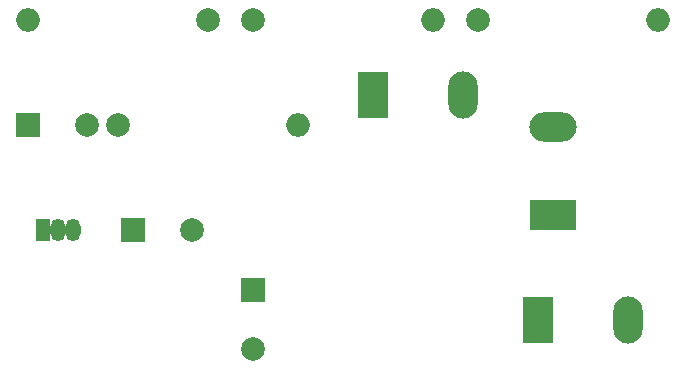
<source format=gbr>
G04 #@! TF.FileFunction,Soldermask,Top*
%FSLAX46Y46*%
G04 Gerber Fmt 4.6, Leading zero omitted, Abs format (unit mm)*
G04 Created by KiCad (PCBNEW 4.0.6) date 05/24/17 23:06:32*
%MOMM*%
%LPD*%
G01*
G04 APERTURE LIST*
%ADD10C,0.100000*%
%ADD11R,2.000000X2.000000*%
%ADD12C,2.000000*%
%ADD13R,4.000000X2.500000*%
%ADD14O,4.000000X2.500000*%
%ADD15R,2.500000X4.000000*%
%ADD16O,2.500000X4.000000*%
%ADD17O,1.300000X1.900000*%
%ADD18R,1.300000X1.900000*%
%ADD19O,2.000000X2.000000*%
G04 APERTURE END LIST*
D10*
D11*
X160020000Y-76200000D03*
D12*
X160020000Y-81200000D03*
D11*
X149860000Y-71120000D03*
D12*
X154860000Y-71120000D03*
D11*
X140970000Y-62230000D03*
D12*
X145970000Y-62230000D03*
D13*
X185420000Y-69850000D03*
D14*
X185420000Y-62350000D03*
D15*
X170180000Y-59690000D03*
D16*
X177800000Y-59690000D03*
D17*
X143510000Y-71120000D03*
X144780000Y-71120000D03*
D18*
X142240000Y-71120000D03*
D12*
X160020000Y-53340000D03*
D19*
X175260000Y-53340000D03*
D12*
X179070000Y-53340000D03*
D19*
X194310000Y-53340000D03*
D12*
X156210000Y-53340000D03*
D19*
X140970000Y-53340000D03*
D12*
X148590000Y-62230000D03*
D19*
X163830000Y-62230000D03*
D15*
X184150000Y-78740000D03*
D16*
X191770000Y-78740000D03*
M02*

</source>
